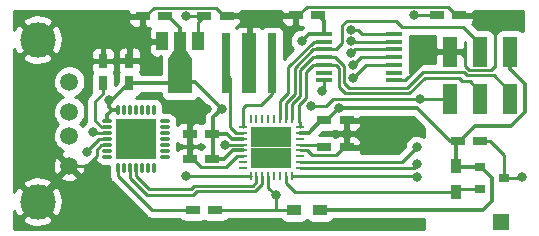
<source format=gbl>
G04 #@! TF.GenerationSoftware,KiCad,Pcbnew,no-vcs-found-c20cf4a~58~ubuntu16.04.1*
G04 #@! TF.CreationDate,2017-03-22T17:50:22+02:00*
G04 #@! TF.ProjectId,serial_gw_ATMEGA328P,73657269616C5F67775F41544D454741,rev?*
G04 #@! TF.FileFunction,Copper,L2,Bot,Signal*
G04 #@! TF.FilePolarity,Positive*
%FSLAX46Y46*%
G04 Gerber Fmt 4.6, Leading zero omitted, Abs format (unit mm)*
G04 Created by KiCad (PCBNEW no-vcs-found-c20cf4a~58~ubuntu16.04.1) date Wed Mar 22 17:50:22 2017*
%MOMM*%
%LPD*%
G01*
G04 APERTURE LIST*
%ADD10C,0.100000*%
%ADD11C,1.501140*%
%ADD12C,2.999740*%
%ADD13R,1.350000X1.350000*%
%ADD14R,0.800000X5.100000*%
%ADD15R,1.300000X5.100000*%
%ADD16R,1.200000X0.750000*%
%ADD17R,0.750000X1.200000*%
%ADD18R,1.270000X2.500000*%
%ADD19R,1.725000X1.725000*%
%ADD20R,0.250000X0.700000*%
%ADD21R,0.700000X0.250000*%
%ADD22R,1.200000X0.900000*%
%ADD23R,1.450000X0.450000*%
%ADD24C,0.749300*%
%ADD25R,1.998980X2.999740*%
%ADD26R,1.000760X1.501140*%
%ADD27R,1.675000X1.675000*%
%ADD28O,0.300000X0.850000*%
%ADD29O,0.850000X0.300000*%
%ADD30R,0.900000X1.200000*%
%ADD31R,0.900000X0.800000*%
%ADD32C,0.800000*%
%ADD33C,0.250000*%
%ADD34C,0.300000*%
%ADD35C,0.254000*%
G04 APERTURE END LIST*
D10*
D11*
X76207000Y-87422000D03*
X76207000Y-84882000D03*
X76207000Y-82850000D03*
X76207000Y-80310000D03*
D12*
X73540000Y-90470000D03*
X73540000Y-76754000D03*
D13*
X112776000Y-92202000D03*
D14*
X89490000Y-78740000D03*
D15*
X91440000Y-78740000D03*
D14*
X93390000Y-78740000D03*
D16*
X97282000Y-74676000D03*
X95382000Y-74676000D03*
X99690000Y-83566000D03*
X97790000Y-83566000D03*
X88326000Y-84728000D03*
X86426000Y-84728000D03*
X86426000Y-86868000D03*
X88326000Y-86868000D03*
X97790000Y-85852000D03*
X99690000Y-85852000D03*
X86680000Y-91186000D03*
X88580000Y-91186000D03*
X84328000Y-74760000D03*
X82428000Y-74760000D03*
X107320000Y-74676000D03*
X109220000Y-74676000D03*
D17*
X81310000Y-78550000D03*
X81310000Y-80450000D03*
D16*
X89530000Y-74730000D03*
X87630000Y-74730000D03*
D17*
X79070000Y-78560000D03*
X79070000Y-80460000D03*
D18*
X113498000Y-81756000D03*
X110998000Y-81756000D03*
X108458000Y-81756000D03*
X108458000Y-77756000D03*
X110998000Y-77756000D03*
X113538000Y-77756000D03*
D19*
X92456000Y-86740500D03*
X92456000Y-85015500D03*
X94181000Y-86740500D03*
X94181000Y-85015500D03*
D20*
X91568500Y-88278000D03*
X92068500Y-88278000D03*
X92568500Y-88278000D03*
X93068500Y-88278000D03*
X93568500Y-88278000D03*
X94068500Y-88278000D03*
X94568500Y-88278000D03*
X95068500Y-88278000D03*
D21*
X95718500Y-87628000D03*
X95718500Y-87128000D03*
X95718500Y-86628000D03*
X95718500Y-86128000D03*
X95718500Y-85628000D03*
X95718500Y-85128000D03*
X95718500Y-84628000D03*
X95718500Y-84128000D03*
D20*
X95068500Y-83478000D03*
X94568500Y-83478000D03*
X94068500Y-83478000D03*
X93568500Y-83478000D03*
X93068500Y-83478000D03*
X92568500Y-83478000D03*
X92068500Y-83478000D03*
X91568500Y-83478000D03*
D21*
X90918500Y-84128000D03*
X90918500Y-84628000D03*
X90918500Y-85128000D03*
X90918500Y-85628000D03*
X90918500Y-86128000D03*
X90918500Y-86628000D03*
X90918500Y-87128000D03*
X90918500Y-87628000D03*
D22*
X95250000Y-91186000D03*
X97450000Y-91186000D03*
D23*
X97790000Y-76282000D03*
X97790000Y-76932000D03*
X97790000Y-77582000D03*
X97790000Y-78232000D03*
X97790000Y-78882000D03*
X97790000Y-79532000D03*
X97790000Y-80182000D03*
X103690000Y-80182000D03*
X103690000Y-79532000D03*
X103690000Y-78882000D03*
X103690000Y-78232000D03*
X103690000Y-77582000D03*
X103690000Y-76932000D03*
X103690000Y-76282000D03*
D24*
X85598000Y-77990700D03*
D10*
G36*
X86098380Y-77616050D02*
X86598760Y-78365350D01*
X84597240Y-78365350D01*
X85097620Y-77616050D01*
X86098380Y-77616050D01*
X86098380Y-77616050D01*
G37*
D25*
X85598000Y-79839820D03*
D26*
X87099140Y-76888340D03*
X85598000Y-76888340D03*
X84096860Y-76888340D03*
D27*
X81026000Y-86003000D03*
X81026000Y-84328000D03*
X82701000Y-86003000D03*
X82701000Y-84328000D03*
D28*
X80363500Y-87615500D03*
X80863500Y-87615500D03*
X81363500Y-87615500D03*
X81863500Y-87615500D03*
X82363500Y-87615500D03*
X82863500Y-87615500D03*
X83363500Y-87615500D03*
D29*
X84313500Y-86665500D03*
X84313500Y-86165500D03*
X84313500Y-85665500D03*
X84313500Y-85165500D03*
X84313500Y-84665500D03*
X84313500Y-84165500D03*
X84313500Y-83665500D03*
D28*
X83363500Y-82715500D03*
X82863500Y-82715500D03*
X82363500Y-82715500D03*
X81863500Y-82715500D03*
X81363500Y-82715500D03*
X80863500Y-82715500D03*
X80363500Y-82715500D03*
D29*
X79413500Y-83665500D03*
X79413500Y-84165500D03*
X79413500Y-84665500D03*
X79413500Y-85165500D03*
X79413500Y-85665500D03*
X79413500Y-86165500D03*
X79413500Y-86665500D03*
D16*
X110998000Y-85344000D03*
X109098000Y-85344000D03*
D30*
X108966000Y-87462000D03*
X108966000Y-89662000D03*
D31*
X112998000Y-88458000D03*
X110998000Y-87508000D03*
X110998000Y-89408000D03*
D32*
X89442189Y-85697136D03*
X87875000Y-82650000D03*
X114554000Y-88392000D03*
X100838000Y-84836000D03*
X79600000Y-81900000D03*
X89127626Y-82603499D03*
X99060000Y-82513010D03*
X95930001Y-76861151D03*
X96700022Y-82400000D03*
X105918006Y-81788000D03*
X93726000Y-89916000D03*
X97655635Y-81087092D03*
X100064291Y-75897378D03*
X105410000Y-74701009D03*
X86101340Y-74755009D03*
X105664002Y-85852000D03*
X105700000Y-87300000D03*
X105664000Y-88392000D03*
X100095976Y-76896888D03*
X100235021Y-79964283D03*
X100226992Y-78883000D03*
X100063857Y-77896384D03*
X86075000Y-88275000D03*
X77700000Y-86300000D03*
X78225010Y-84595778D03*
D33*
X77739168Y-87422000D02*
X76207000Y-87422000D01*
X78576133Y-86056103D02*
X78576133Y-86585035D01*
X79413500Y-85665500D02*
X79388510Y-85690490D01*
X78941745Y-85690490D02*
X78576133Y-86056103D01*
X78576133Y-86585035D02*
X77739168Y-87422000D01*
X79388510Y-85690490D02*
X78941745Y-85690490D01*
X89503765Y-87568001D02*
X87351001Y-87568001D01*
X89511325Y-85628000D02*
X89442189Y-85697136D01*
X90918500Y-85628000D02*
X89511325Y-85628000D01*
X86651000Y-86868000D02*
X86426000Y-86868000D01*
X87351001Y-87568001D02*
X86651000Y-86868000D01*
X90443766Y-86628000D02*
X89503765Y-87568001D01*
X90918500Y-86628000D02*
X90443766Y-86628000D01*
X86426000Y-84099000D02*
X87875000Y-82650000D01*
X86426000Y-84728000D02*
X86426000Y-84099000D01*
X73540000Y-90470000D02*
X73540000Y-90036000D01*
X73540000Y-90036000D02*
X76154000Y-87422000D01*
X76154000Y-87422000D02*
X76207000Y-87422000D01*
X95382000Y-74676000D02*
X91440000Y-74676000D01*
X91440000Y-74676000D02*
X89584000Y-74676000D01*
X91440000Y-78740000D02*
X91440000Y-74676000D01*
X108458000Y-77756000D02*
X109252000Y-77756000D01*
X109252000Y-77756000D02*
X109728000Y-78232000D01*
X109728000Y-78232000D02*
X109728000Y-78956002D01*
X112268000Y-76200000D02*
X110744000Y-74676000D01*
X109728000Y-78956002D02*
X110102999Y-79331001D01*
X110102999Y-79331001D02*
X111893001Y-79331001D01*
X112268000Y-78956002D02*
X112268000Y-76200000D01*
X111893001Y-79331001D02*
X112268000Y-78956002D01*
X110744000Y-74676000D02*
X109220000Y-74676000D01*
X82746660Y-76888340D02*
X81607660Y-76888340D01*
X81607660Y-76888340D02*
X81310000Y-77186000D01*
X81310000Y-77186000D02*
X81310000Y-78550000D01*
X89490000Y-74770000D02*
X89530000Y-74730000D01*
X112998000Y-88458000D02*
X114488000Y-88458000D01*
X114488000Y-88458000D02*
X114554000Y-88392000D01*
X109220000Y-74676000D02*
X108995000Y-74676000D01*
X108995000Y-74676000D02*
X108294999Y-73975999D01*
X108294999Y-73975999D02*
X96307001Y-73975999D01*
X96307001Y-73975999D02*
X95607000Y-74676000D01*
X95607000Y-74676000D02*
X95382000Y-74676000D01*
X99690000Y-84836000D02*
X99690000Y-85852000D01*
X99690000Y-83566000D02*
X99690000Y-84836000D01*
X99690000Y-84836000D02*
X100838000Y-84836000D01*
X89305000Y-74730000D02*
X88604999Y-74029999D01*
X83383001Y-74029999D02*
X82653000Y-74760000D01*
X89530000Y-74730000D02*
X89305000Y-74730000D01*
X88604999Y-74029999D02*
X83383001Y-74029999D01*
X82653000Y-74760000D02*
X82428000Y-74760000D01*
X95718500Y-86128000D02*
X96318500Y-86128000D01*
X96318500Y-86128000D02*
X96742501Y-86552001D01*
X96742501Y-86552001D02*
X98764999Y-86552001D01*
X98764999Y-86552001D02*
X99465000Y-85852000D01*
X99465000Y-85852000D02*
X99690000Y-85852000D01*
X89584000Y-74676000D02*
X89530000Y-74730000D01*
X79070000Y-78560000D02*
X75346000Y-78560000D01*
X75346000Y-78560000D02*
X73540000Y-76754000D01*
X82428000Y-74760000D02*
X82428000Y-75385000D01*
X82428000Y-75385000D02*
X82746660Y-75703660D01*
X82746660Y-75703660D02*
X82746660Y-76888340D01*
X81310000Y-78550000D02*
X79080000Y-78550000D01*
X79080000Y-78550000D02*
X79070000Y-78560000D01*
X84096860Y-76888340D02*
X82746660Y-76888340D01*
X103690000Y-80182000D02*
X104665000Y-80182000D01*
X104665000Y-80182000D02*
X107091000Y-77756000D01*
X107091000Y-77756000D02*
X108458000Y-77756000D01*
X86426000Y-84728000D02*
X86426000Y-86868000D01*
X110998000Y-85344000D02*
X111848000Y-85344000D01*
X111848000Y-85344000D02*
X112998000Y-86494000D01*
X112998000Y-86494000D02*
X112998000Y-88458000D01*
D34*
X79600000Y-81900000D02*
X79860000Y-81900000D01*
X79860000Y-81900000D02*
X81310000Y-80450000D01*
X89998556Y-85128000D02*
X89598556Y-84728000D01*
X89598556Y-84728000D02*
X88326000Y-84728000D01*
X90072000Y-86128000D02*
X89332000Y-86868000D01*
X90918500Y-86128000D02*
X90072000Y-86128000D01*
X90918500Y-85128000D02*
X89998556Y-85128000D01*
X89332000Y-86868000D02*
X88326000Y-86868000D01*
X79600000Y-81900000D02*
X79600000Y-82465685D01*
X79600000Y-82465685D02*
X79844500Y-82710185D01*
X79844500Y-82710185D02*
X79844500Y-82715500D01*
X88326000Y-86868000D02*
X88375000Y-86819000D01*
X88375000Y-86819000D02*
X88375000Y-84777000D01*
X88375000Y-84777000D02*
X88326000Y-84728000D01*
X88326000Y-84728000D02*
X88551000Y-84728000D01*
X88551000Y-84728000D02*
X88425000Y-84602000D01*
X88425000Y-84602000D02*
X88425000Y-83306125D01*
X88425000Y-83306125D02*
X89127626Y-82603499D01*
X86864327Y-80340200D02*
X89127626Y-82603499D01*
X85598000Y-80340200D02*
X86864327Y-80340200D01*
X109098000Y-85344000D02*
X108458000Y-85344000D01*
X108458000Y-85344000D02*
X105627010Y-82513010D01*
X105627010Y-82513010D02*
X99060000Y-82513010D01*
X99060000Y-82521000D02*
X99060000Y-82513010D01*
X97790000Y-83566000D02*
X98015000Y-83566000D01*
X98015000Y-83566000D02*
X99060000Y-82521000D01*
X97790000Y-76282000D02*
X96509152Y-76282000D01*
X96509152Y-76282000D02*
X95930001Y-76861151D01*
X97450000Y-91186000D02*
X111252000Y-91186000D01*
X111252000Y-91186000D02*
X112014000Y-90424000D01*
X112014000Y-90424000D02*
X112014000Y-88474000D01*
X112014000Y-88474000D02*
X111048000Y-87508000D01*
X111048000Y-87508000D02*
X110998000Y-87508000D01*
X85598000Y-80340200D02*
X85598000Y-79839820D01*
X85731202Y-80340200D02*
X85598000Y-80340200D01*
X85598000Y-76888340D02*
X85598000Y-77990700D01*
X81310000Y-80450000D02*
X84987820Y-80450000D01*
X84987820Y-80450000D02*
X85598000Y-79839820D01*
X85598000Y-76888340D02*
X85598000Y-77138530D01*
X85598000Y-77138530D02*
X85598000Y-79839820D01*
X85598000Y-76888340D02*
X85598000Y-75805000D01*
X85598000Y-75805000D02*
X84553000Y-74760000D01*
X84553000Y-74760000D02*
X84328000Y-74760000D01*
X113538000Y-77756000D02*
X113538000Y-79256000D01*
X113538000Y-79256000D02*
X114808000Y-80526000D01*
X114808000Y-80526000D02*
X114808000Y-82916002D01*
X114808000Y-82916002D02*
X113650002Y-84074000D01*
X113650002Y-84074000D02*
X110593000Y-84074000D01*
X110593000Y-84074000D02*
X109323000Y-85344000D01*
X109323000Y-85344000D02*
X109098000Y-85344000D01*
X108966000Y-87462000D02*
X108966000Y-85476000D01*
X108966000Y-85476000D02*
X109098000Y-85344000D01*
X110998000Y-87508000D02*
X109012000Y-87508000D01*
X109012000Y-87508000D02*
X108966000Y-87462000D01*
X79844500Y-82715500D02*
X79413500Y-83146500D01*
X79413500Y-83146500D02*
X79413500Y-83665500D01*
X80363500Y-82715500D02*
X79844500Y-82715500D01*
X84724230Y-74760000D02*
X84328000Y-74760000D01*
X97790000Y-83566000D02*
X97565000Y-83566000D01*
X97565000Y-83566000D02*
X96503000Y-84628000D01*
X96503000Y-84628000D02*
X95718500Y-84628000D01*
X97790000Y-76282000D02*
X97790000Y-75184000D01*
X97790000Y-75184000D02*
X97282000Y-74676000D01*
D33*
X97790000Y-85852000D02*
X97566000Y-85628000D01*
X97566000Y-85628000D02*
X95718500Y-85628000D01*
X97940000Y-82400000D02*
X96700022Y-82400000D01*
X105918006Y-81788000D02*
X98552000Y-81788000D01*
X98552000Y-81788000D02*
X97940000Y-82400000D01*
X92456000Y-91186000D02*
X93726000Y-91186000D01*
X93726000Y-91186000D02*
X93726000Y-89916000D01*
X93068500Y-88278000D02*
X93068500Y-89268500D01*
X93068500Y-89268500D02*
X93716000Y-89916000D01*
X93716000Y-89916000D02*
X93726000Y-89916000D01*
X95250000Y-91186000D02*
X92456000Y-91186000D01*
X88580000Y-91186000D02*
X92456000Y-91186000D01*
X108458000Y-81756000D02*
X105950006Y-81756000D01*
X105950006Y-81756000D02*
X105918006Y-81788000D01*
X86680000Y-91186000D02*
X83259000Y-91186000D01*
X83259000Y-91186000D02*
X80363500Y-88290500D01*
X80363500Y-88290500D02*
X80363500Y-87615500D01*
X97790000Y-80182000D02*
X97790000Y-80952727D01*
X97790000Y-80952727D02*
X97655635Y-81087092D01*
X100629976Y-75897378D02*
X100064291Y-75897378D01*
X101014598Y-76282000D02*
X100629976Y-75897378D01*
X103690000Y-76282000D02*
X101014598Y-76282000D01*
X87099140Y-76888340D02*
X87099140Y-75260860D01*
X87099140Y-75260860D02*
X87630000Y-74730000D01*
X107320000Y-74676000D02*
X105435009Y-74676000D01*
X105435009Y-74676000D02*
X105410000Y-74701009D01*
X87630000Y-74730000D02*
X86126349Y-74730000D01*
X86126349Y-74730000D02*
X86101340Y-74755009D01*
X79413500Y-84165500D02*
X78966735Y-84165500D01*
X79070000Y-81310000D02*
X79070000Y-80460000D01*
X78400000Y-83598765D02*
X78400000Y-81980000D01*
X78966735Y-84165500D02*
X78400000Y-83598765D01*
X78400000Y-81980000D02*
X79070000Y-81310000D01*
X95792023Y-81498564D02*
X95068500Y-82222087D01*
X95792023Y-79316366D02*
X95792023Y-81498564D01*
X95068500Y-82222087D02*
X95068500Y-83478000D01*
X97790000Y-78232000D02*
X96876389Y-78232000D01*
X96876389Y-78232000D02*
X95792023Y-79316366D01*
X104818022Y-80855978D02*
X106172000Y-79502000D01*
X112138012Y-79781012D02*
X113498000Y-81141000D01*
X98751411Y-78232000D02*
X99510011Y-78990600D01*
X109916599Y-79781012D02*
X112138012Y-79781012D01*
X106172000Y-79502000D02*
X109637587Y-79502000D01*
X99905978Y-80855978D02*
X104818022Y-80855978D01*
X99510011Y-80460011D02*
X99905978Y-80855978D01*
X99510011Y-78990600D02*
X99510011Y-80460011D01*
X97790000Y-78232000D02*
X98751411Y-78232000D01*
X109637587Y-79502000D02*
X109916599Y-79781012D01*
X113498000Y-81141000D02*
X113498000Y-81756000D01*
X96242034Y-79502766D02*
X96242034Y-81684964D01*
X95674999Y-82251999D02*
X95674999Y-83709499D01*
X95718500Y-83753000D02*
X95718500Y-84128000D01*
X95674999Y-83709499D02*
X95718500Y-83753000D01*
X97790000Y-78882000D02*
X96862800Y-78882000D01*
X96862800Y-78882000D02*
X96242034Y-79502766D01*
X96242034Y-81684964D02*
X95674999Y-82251999D01*
X99060000Y-79177000D02*
X99060000Y-80772000D01*
X109498000Y-80256000D02*
X110113000Y-80256000D01*
X98765000Y-78882000D02*
X99060000Y-79177000D01*
X106300411Y-80010000D02*
X109252000Y-80010000D01*
X97790000Y-78882000D02*
X98765000Y-78882000D01*
X99060000Y-80772000D02*
X99593989Y-81305989D01*
X99593989Y-81305989D02*
X105004422Y-81305989D01*
X105004422Y-81305989D02*
X106300411Y-80010000D01*
X109252000Y-80010000D02*
X109498000Y-80256000D01*
X110113000Y-80256000D02*
X110998000Y-81141000D01*
X110998000Y-81141000D02*
X110998000Y-81756000D01*
X95342012Y-79129966D02*
X96889980Y-77582000D01*
X96889980Y-77582000D02*
X97790000Y-77582000D01*
X95342012Y-81312165D02*
X95342012Y-79129966D01*
X94568500Y-82085677D02*
X95342012Y-81312165D01*
X94568500Y-83478000D02*
X94568500Y-82085677D01*
X110998000Y-77141000D02*
X110998000Y-77756000D01*
X109549000Y-75692000D02*
X110998000Y-77141000D01*
X103874377Y-75172377D02*
X104394000Y-75692000D01*
X99339290Y-75549377D02*
X99716290Y-75172377D01*
X98765000Y-77582000D02*
X99339290Y-77007710D01*
X104394000Y-75692000D02*
X109549000Y-75692000D01*
X99339290Y-77007710D02*
X99339290Y-75549377D01*
X99716290Y-75172377D02*
X103874377Y-75172377D01*
X97790000Y-77582000D02*
X98765000Y-77582000D01*
X76246000Y-84882000D02*
X76207000Y-84882000D01*
X76529500Y-85165500D02*
X76246000Y-84882000D01*
X104388002Y-87128000D02*
X105664002Y-85852000D01*
X95718500Y-87128000D02*
X104388002Y-87128000D01*
X95718500Y-87628000D02*
X105372000Y-87628000D01*
X105372000Y-87628000D02*
X105700000Y-87300000D01*
X105550000Y-88278000D02*
X105664000Y-88392000D01*
X95068500Y-88278000D02*
X105550000Y-88278000D01*
X103690000Y-76932000D02*
X100131088Y-76932000D01*
X100131088Y-76932000D02*
X100095976Y-76896888D01*
X101317304Y-78882000D02*
X100235021Y-79964283D01*
X103690000Y-78882000D02*
X101317304Y-78882000D01*
X103690000Y-78232000D02*
X100877992Y-78232000D01*
X100877992Y-78232000D02*
X100226992Y-78883000D01*
X103690000Y-77582000D02*
X100378241Y-77582000D01*
X100378241Y-77582000D02*
X100063857Y-77896384D01*
X81363500Y-88426911D02*
X82811602Y-89875013D01*
X86734402Y-89875013D02*
X87005403Y-89604011D01*
X81363500Y-87615500D02*
X81363500Y-88426911D01*
X87005403Y-89604011D02*
X91938902Y-89604011D01*
X82811602Y-89875013D02*
X86734402Y-89875013D01*
X91938902Y-89604011D02*
X92568500Y-88974413D01*
X92568500Y-88974413D02*
X92568500Y-88278000D01*
X91752502Y-89154000D02*
X86819004Y-89154000D01*
X82998002Y-89425002D02*
X81863500Y-88290500D01*
X86819004Y-89154000D02*
X86548002Y-89425002D01*
X92068500Y-88838002D02*
X91752502Y-89154000D01*
X92068500Y-88278000D02*
X92068500Y-88838002D01*
X86548002Y-89425002D02*
X82998002Y-89425002D01*
X81863500Y-88290500D02*
X81863500Y-87615500D01*
X90918500Y-84128000D02*
X90918500Y-82563500D01*
X90918500Y-82563500D02*
X91186000Y-82296000D01*
X91186000Y-82296000D02*
X92456000Y-82296000D01*
X92456000Y-82296000D02*
X93390000Y-81362000D01*
X93390000Y-81362000D02*
X93390000Y-78740000D01*
X89852627Y-79978637D02*
X89490000Y-79616010D01*
X90918500Y-84628000D02*
X90358498Y-84628000D01*
X89852627Y-84122129D02*
X89852627Y-79978637D01*
X90358498Y-84628000D02*
X89852627Y-84122129D01*
X89490000Y-79166000D02*
X89490000Y-78740000D01*
X108966000Y-89662000D02*
X95352500Y-89662000D01*
X95352500Y-89662000D02*
X94568500Y-88878000D01*
X94568500Y-88878000D02*
X94568500Y-88278000D01*
X110998000Y-89408000D02*
X109220000Y-89408000D01*
X109220000Y-89408000D02*
X108966000Y-89662000D01*
X86078000Y-88278000D02*
X86075000Y-88275000D01*
X91568500Y-88278000D02*
X86078000Y-88278000D01*
X94742000Y-79093569D02*
X96903569Y-76932000D01*
X94742000Y-81275766D02*
X94742000Y-79093569D01*
X96903569Y-76932000D02*
X97790000Y-76932000D01*
X94068500Y-81949266D02*
X94742000Y-81275766D01*
X94068500Y-83478000D02*
X94068500Y-81949266D01*
X78738500Y-85165500D02*
X77700000Y-86204000D01*
X79413500Y-85165500D02*
X78738500Y-85165500D01*
X77700000Y-86204000D02*
X77700000Y-86300000D01*
X78294732Y-84665500D02*
X78225010Y-84595778D01*
X79413500Y-84665500D02*
X78294732Y-84665500D01*
D35*
G36*
X81201000Y-74480250D02*
X81357750Y-74637000D01*
X82305000Y-74637000D01*
X82305000Y-74617000D01*
X82551000Y-74617000D01*
X82551000Y-74637000D01*
X82571000Y-74637000D01*
X82571000Y-74883000D01*
X82551000Y-74883000D01*
X82551000Y-75605250D01*
X82707750Y-75762000D01*
X83089754Y-75762000D01*
X83094045Y-75761146D01*
X83040840Y-75840774D01*
X82993575Y-75954881D01*
X82969480Y-76076016D01*
X82969480Y-76608590D01*
X83126230Y-76765340D01*
X83973860Y-76765340D01*
X83973860Y-76745340D01*
X84219860Y-76745340D01*
X84219860Y-76765340D01*
X84239860Y-76765340D01*
X84239860Y-77011340D01*
X84219860Y-77011340D01*
X84219860Y-77031340D01*
X83973860Y-77031340D01*
X83973860Y-77011340D01*
X83126230Y-77011340D01*
X82969480Y-77168090D01*
X82969480Y-77700664D01*
X82993575Y-77821799D01*
X83040840Y-77935906D01*
X83109457Y-78038599D01*
X83196791Y-78125933D01*
X83299484Y-78194550D01*
X83413591Y-78241815D01*
X83534726Y-78265910D01*
X83817110Y-78265910D01*
X83973858Y-78109162D01*
X83973858Y-78265910D01*
X83975769Y-78265910D01*
X83968477Y-78339950D01*
X83968477Y-78352456D01*
X83967207Y-78365350D01*
X83968477Y-78378244D01*
X83968477Y-79673000D01*
X82286520Y-79673000D01*
X82267075Y-79608897D01*
X82208853Y-79499972D01*
X82206863Y-79497547D01*
X82240640Y-79446996D01*
X82287905Y-79332889D01*
X82312000Y-79211754D01*
X82312000Y-78829750D01*
X82155250Y-78673000D01*
X81433000Y-78673000D01*
X81433000Y-78693000D01*
X81187000Y-78693000D01*
X81187000Y-78673000D01*
X80464750Y-78673000D01*
X80308000Y-78829750D01*
X80308000Y-79211754D01*
X80332095Y-79332889D01*
X80379360Y-79446996D01*
X80413137Y-79497547D01*
X80411147Y-79499972D01*
X80352925Y-79608897D01*
X80317073Y-79727087D01*
X80304967Y-79850000D01*
X80304967Y-80356189D01*
X80075033Y-80586123D01*
X80075033Y-79860000D01*
X80062927Y-79737087D01*
X80027075Y-79618897D01*
X79968853Y-79509972D01*
X79966863Y-79507547D01*
X80000640Y-79456996D01*
X80047905Y-79342889D01*
X80072000Y-79221754D01*
X80072000Y-78839750D01*
X79915250Y-78683000D01*
X79193000Y-78683000D01*
X79193000Y-78703000D01*
X78947000Y-78703000D01*
X78947000Y-78683000D01*
X78224750Y-78683000D01*
X78068000Y-78839750D01*
X78068000Y-79221754D01*
X78092095Y-79342889D01*
X78139360Y-79456996D01*
X78173137Y-79507547D01*
X78171147Y-79509972D01*
X78112925Y-79618897D01*
X78077073Y-79737087D01*
X78064967Y-79860000D01*
X78064967Y-81060000D01*
X78077073Y-81182913D01*
X78090229Y-81226283D01*
X77868256Y-81448256D01*
X77824174Y-81501922D01*
X77779515Y-81555145D01*
X77777610Y-81558611D01*
X77775100Y-81561666D01*
X77742280Y-81622875D01*
X77708810Y-81683756D01*
X77707614Y-81687526D01*
X77705746Y-81691010D01*
X77685438Y-81757434D01*
X77664433Y-81823650D01*
X77663992Y-81827579D01*
X77662836Y-81831361D01*
X77655820Y-81900439D01*
X77648073Y-81969500D01*
X77648019Y-81977235D01*
X77648005Y-81977375D01*
X77648017Y-81977506D01*
X77648000Y-81980000D01*
X77648000Y-83598765D01*
X77654778Y-83667891D01*
X77660833Y-83737096D01*
X77660948Y-83737490D01*
X77578374Y-83791525D01*
X77434476Y-83932441D01*
X77330742Y-84083940D01*
X77279705Y-84007123D01*
X77138687Y-83865117D01*
X77254859Y-83754488D01*
X77410585Y-83533732D01*
X77520467Y-83286932D01*
X77580320Y-83023491D01*
X77584629Y-82714922D01*
X77532155Y-82449912D01*
X77429207Y-82200141D01*
X77279705Y-81975123D01*
X77089345Y-81783429D01*
X76865376Y-81632360D01*
X76741528Y-81580299D01*
X76831120Y-81545549D01*
X77059220Y-81400792D01*
X77254859Y-81214488D01*
X77410585Y-80993732D01*
X77520467Y-80746932D01*
X77580320Y-80483491D01*
X77584629Y-80174922D01*
X77532155Y-79909912D01*
X77429207Y-79660141D01*
X77279705Y-79435123D01*
X77089345Y-79243429D01*
X76865376Y-79092360D01*
X76616329Y-78987670D01*
X76351692Y-78933348D01*
X76081543Y-78931462D01*
X75816173Y-78982084D01*
X75565689Y-79083286D01*
X75339633Y-79231213D01*
X75146614Y-79420231D01*
X74993986Y-79643140D01*
X74887560Y-79891449D01*
X74831392Y-80155701D01*
X74827620Y-80425830D01*
X74876388Y-80691547D01*
X74975839Y-80942731D01*
X75122184Y-81169814D01*
X75309850Y-81364148D01*
X75531688Y-81518329D01*
X75672836Y-81579996D01*
X75565689Y-81623286D01*
X75339633Y-81771213D01*
X75146614Y-81960231D01*
X74993986Y-82183140D01*
X74887560Y-82431449D01*
X74831392Y-82695701D01*
X74827620Y-82965830D01*
X74876388Y-83231547D01*
X74975839Y-83482731D01*
X75122184Y-83709814D01*
X75274229Y-83867261D01*
X75146614Y-83992231D01*
X74993986Y-84215140D01*
X74887560Y-84463449D01*
X74831392Y-84727701D01*
X74827620Y-84997830D01*
X74876388Y-85263547D01*
X74975839Y-85514731D01*
X75122184Y-85741814D01*
X75309850Y-85936148D01*
X75531688Y-86090329D01*
X75670427Y-86150943D01*
X75614391Y-86171032D01*
X75496095Y-86234263D01*
X75430380Y-86471431D01*
X76207000Y-87248052D01*
X76221143Y-87233910D01*
X76395091Y-87407858D01*
X76380948Y-87422000D01*
X77157569Y-88198620D01*
X77394737Y-88132905D01*
X77510606Y-87887530D01*
X77576378Y-87624264D01*
X77589525Y-87353225D01*
X77585301Y-87324867D01*
X77779172Y-87328928D01*
X77977517Y-87293954D01*
X78165292Y-87221121D01*
X78335344Y-87113203D01*
X78441850Y-87011778D01*
X78483244Y-87090957D01*
X78578265Y-87209138D01*
X78694431Y-87306613D01*
X78827317Y-87379668D01*
X78971863Y-87425521D01*
X79122561Y-87442424D01*
X79133410Y-87442500D01*
X79586500Y-87442500D01*
X79586500Y-87895590D01*
X79601298Y-88046510D01*
X79611500Y-88080301D01*
X79611500Y-88290500D01*
X79618278Y-88359626D01*
X79624333Y-88428831D01*
X79625436Y-88432628D01*
X79625822Y-88436564D01*
X79645909Y-88503095D01*
X79665279Y-88569769D01*
X79667097Y-88573277D01*
X79668241Y-88577065D01*
X79700854Y-88638401D01*
X79732819Y-88700068D01*
X79735287Y-88703160D01*
X79737143Y-88706650D01*
X79781031Y-88760462D01*
X79824383Y-88814768D01*
X79829809Y-88820270D01*
X79829903Y-88820385D01*
X79830010Y-88820473D01*
X79831756Y-88822244D01*
X82727255Y-91717744D01*
X82780968Y-91761865D01*
X82834145Y-91806485D01*
X82837607Y-91808389D01*
X82840665Y-91810900D01*
X82901914Y-91843742D01*
X82962756Y-91877190D01*
X82966524Y-91878385D01*
X82970009Y-91880254D01*
X83036448Y-91900566D01*
X83102650Y-91921567D01*
X83106579Y-91922008D01*
X83110361Y-91923164D01*
X83179439Y-91930180D01*
X83248500Y-91937927D01*
X83256235Y-91937981D01*
X83256375Y-91937995D01*
X83256506Y-91937983D01*
X83259000Y-91938000D01*
X85578282Y-91938000D01*
X85634499Y-92006501D01*
X85729972Y-92084853D01*
X85838897Y-92143075D01*
X85957087Y-92178927D01*
X86080000Y-92191033D01*
X87280000Y-92191033D01*
X87402913Y-92178927D01*
X87521103Y-92143075D01*
X87630000Y-92084868D01*
X87738897Y-92143075D01*
X87857087Y-92178927D01*
X87980000Y-92191033D01*
X89180000Y-92191033D01*
X89302913Y-92178927D01*
X89421103Y-92143075D01*
X89530028Y-92084853D01*
X89625501Y-92006501D01*
X89681718Y-91938000D01*
X94100475Y-91938000D01*
X94126147Y-91986028D01*
X94204499Y-92081501D01*
X94299972Y-92159853D01*
X94408897Y-92218075D01*
X94527087Y-92253927D01*
X94650000Y-92266033D01*
X95850000Y-92266033D01*
X95972913Y-92253927D01*
X96091103Y-92218075D01*
X96200028Y-92159853D01*
X96295501Y-92081501D01*
X96350000Y-92015093D01*
X96404499Y-92081501D01*
X96499972Y-92159853D01*
X96608897Y-92218075D01*
X96727087Y-92253927D01*
X96850000Y-92266033D01*
X98050000Y-92266033D01*
X98172913Y-92253927D01*
X98291103Y-92218075D01*
X98400028Y-92159853D01*
X98495501Y-92081501D01*
X98573853Y-91986028D01*
X98586162Y-91963000D01*
X106273000Y-91963000D01*
X106273000Y-92770000D01*
X71568000Y-92770000D01*
X71568000Y-91954633D01*
X72229315Y-91954633D01*
X72385399Y-92268431D01*
X72758441Y-92459126D01*
X73161518Y-92573380D01*
X73579139Y-92606802D01*
X73995257Y-92558109D01*
X74393879Y-92429170D01*
X74694601Y-92268431D01*
X74850685Y-91954633D01*
X73540000Y-90643948D01*
X72229315Y-91954633D01*
X71568000Y-91954633D01*
X71568000Y-91284214D01*
X71580830Y-91323879D01*
X71741569Y-91624601D01*
X72055367Y-91780685D01*
X73366052Y-90470000D01*
X73713948Y-90470000D01*
X75024633Y-91780685D01*
X75338431Y-91624601D01*
X75529126Y-91251559D01*
X75643380Y-90848482D01*
X75676802Y-90430861D01*
X75628109Y-90014743D01*
X75499170Y-89616121D01*
X75338431Y-89315399D01*
X75024633Y-89159315D01*
X73713948Y-90470000D01*
X73366052Y-90470000D01*
X72055367Y-89159315D01*
X71741569Y-89315399D01*
X71568000Y-89654939D01*
X71568000Y-88985367D01*
X72229315Y-88985367D01*
X73540000Y-90296052D01*
X74850685Y-88985367D01*
X74694601Y-88671569D01*
X74321559Y-88480874D01*
X73939470Y-88372569D01*
X75430380Y-88372569D01*
X75496095Y-88609737D01*
X75741470Y-88725606D01*
X76004736Y-88791378D01*
X76275775Y-88804525D01*
X76544170Y-88764543D01*
X76799609Y-88672968D01*
X76917905Y-88609737D01*
X76983620Y-88372569D01*
X76207000Y-87595948D01*
X75430380Y-88372569D01*
X73939470Y-88372569D01*
X73918482Y-88366620D01*
X73500861Y-88333198D01*
X73084743Y-88381891D01*
X72686121Y-88510830D01*
X72385399Y-88671569D01*
X72229315Y-88985367D01*
X71568000Y-88985367D01*
X71568000Y-87490775D01*
X74824475Y-87490775D01*
X74864457Y-87759170D01*
X74956032Y-88014609D01*
X75019263Y-88132905D01*
X75256431Y-88198620D01*
X76033052Y-87422000D01*
X75256431Y-86645380D01*
X75019263Y-86711095D01*
X74903394Y-86956470D01*
X74837622Y-87219736D01*
X74824475Y-87490775D01*
X71568000Y-87490775D01*
X71568000Y-78238633D01*
X72229315Y-78238633D01*
X72385399Y-78552431D01*
X72758441Y-78743126D01*
X73161518Y-78857380D01*
X73579139Y-78890802D01*
X73995257Y-78842109D01*
X74393879Y-78713170D01*
X74694601Y-78552431D01*
X74850685Y-78238633D01*
X73540000Y-76927948D01*
X72229315Y-78238633D01*
X71568000Y-78238633D01*
X71568000Y-77568214D01*
X71580830Y-77607879D01*
X71741569Y-77908601D01*
X72055367Y-78064685D01*
X73366052Y-76754000D01*
X73713948Y-76754000D01*
X75024633Y-78064685D01*
X75338431Y-77908601D01*
X75343724Y-77898246D01*
X78068000Y-77898246D01*
X78068000Y-78280250D01*
X78224750Y-78437000D01*
X78947000Y-78437000D01*
X78947000Y-77489750D01*
X79193000Y-77489750D01*
X79193000Y-78437000D01*
X79915250Y-78437000D01*
X80072000Y-78280250D01*
X80072000Y-77898246D01*
X80070011Y-77888246D01*
X80308000Y-77888246D01*
X80308000Y-78270250D01*
X80464750Y-78427000D01*
X81187000Y-78427000D01*
X81187000Y-77479750D01*
X81433000Y-77479750D01*
X81433000Y-78427000D01*
X82155250Y-78427000D01*
X82312000Y-78270250D01*
X82312000Y-77888246D01*
X82287905Y-77767111D01*
X82240640Y-77653004D01*
X82172023Y-77550311D01*
X82084689Y-77462977D01*
X81981996Y-77394360D01*
X81867889Y-77347095D01*
X81746754Y-77323000D01*
X81589750Y-77323000D01*
X81433000Y-77479750D01*
X81187000Y-77479750D01*
X81030250Y-77323000D01*
X80873246Y-77323000D01*
X80752111Y-77347095D01*
X80638004Y-77394360D01*
X80535311Y-77462977D01*
X80447977Y-77550311D01*
X80379360Y-77653004D01*
X80332095Y-77767111D01*
X80308000Y-77888246D01*
X80070011Y-77888246D01*
X80047905Y-77777111D01*
X80000640Y-77663004D01*
X79932023Y-77560311D01*
X79844689Y-77472977D01*
X79741996Y-77404360D01*
X79627889Y-77357095D01*
X79506754Y-77333000D01*
X79349750Y-77333000D01*
X79193000Y-77489750D01*
X78947000Y-77489750D01*
X78790250Y-77333000D01*
X78633246Y-77333000D01*
X78512111Y-77357095D01*
X78398004Y-77404360D01*
X78295311Y-77472977D01*
X78207977Y-77560311D01*
X78139360Y-77663004D01*
X78092095Y-77777111D01*
X78068000Y-77898246D01*
X75343724Y-77898246D01*
X75529126Y-77535559D01*
X75643380Y-77132482D01*
X75676802Y-76714861D01*
X75628109Y-76298743D01*
X75499170Y-75900121D01*
X75338431Y-75599399D01*
X75024633Y-75443315D01*
X73713948Y-76754000D01*
X73366052Y-76754000D01*
X72055367Y-75443315D01*
X71741569Y-75599399D01*
X71568000Y-75938939D01*
X71568000Y-75269367D01*
X72229315Y-75269367D01*
X73540000Y-76580052D01*
X74850685Y-75269367D01*
X74736473Y-75039750D01*
X81201000Y-75039750D01*
X81201000Y-75196754D01*
X81225095Y-75317889D01*
X81272360Y-75431996D01*
X81340977Y-75534689D01*
X81428311Y-75622023D01*
X81531004Y-75690640D01*
X81645111Y-75737905D01*
X81766246Y-75762000D01*
X82148250Y-75762000D01*
X82305000Y-75605250D01*
X82305000Y-74883000D01*
X81357750Y-74883000D01*
X81201000Y-75039750D01*
X74736473Y-75039750D01*
X74694601Y-74955569D01*
X74321559Y-74764874D01*
X73918482Y-74650620D01*
X73500861Y-74617198D01*
X73084743Y-74665891D01*
X72686121Y-74794830D01*
X72385399Y-74955569D01*
X72229315Y-75269367D01*
X71568000Y-75269367D01*
X71568000Y-74362000D01*
X81201000Y-74362000D01*
X81201000Y-74480250D01*
X81201000Y-74480250D01*
G37*
X81201000Y-74480250D02*
X81357750Y-74637000D01*
X82305000Y-74637000D01*
X82305000Y-74617000D01*
X82551000Y-74617000D01*
X82551000Y-74637000D01*
X82571000Y-74637000D01*
X82571000Y-74883000D01*
X82551000Y-74883000D01*
X82551000Y-75605250D01*
X82707750Y-75762000D01*
X83089754Y-75762000D01*
X83094045Y-75761146D01*
X83040840Y-75840774D01*
X82993575Y-75954881D01*
X82969480Y-76076016D01*
X82969480Y-76608590D01*
X83126230Y-76765340D01*
X83973860Y-76765340D01*
X83973860Y-76745340D01*
X84219860Y-76745340D01*
X84219860Y-76765340D01*
X84239860Y-76765340D01*
X84239860Y-77011340D01*
X84219860Y-77011340D01*
X84219860Y-77031340D01*
X83973860Y-77031340D01*
X83973860Y-77011340D01*
X83126230Y-77011340D01*
X82969480Y-77168090D01*
X82969480Y-77700664D01*
X82993575Y-77821799D01*
X83040840Y-77935906D01*
X83109457Y-78038599D01*
X83196791Y-78125933D01*
X83299484Y-78194550D01*
X83413591Y-78241815D01*
X83534726Y-78265910D01*
X83817110Y-78265910D01*
X83973858Y-78109162D01*
X83973858Y-78265910D01*
X83975769Y-78265910D01*
X83968477Y-78339950D01*
X83968477Y-78352456D01*
X83967207Y-78365350D01*
X83968477Y-78378244D01*
X83968477Y-79673000D01*
X82286520Y-79673000D01*
X82267075Y-79608897D01*
X82208853Y-79499972D01*
X82206863Y-79497547D01*
X82240640Y-79446996D01*
X82287905Y-79332889D01*
X82312000Y-79211754D01*
X82312000Y-78829750D01*
X82155250Y-78673000D01*
X81433000Y-78673000D01*
X81433000Y-78693000D01*
X81187000Y-78693000D01*
X81187000Y-78673000D01*
X80464750Y-78673000D01*
X80308000Y-78829750D01*
X80308000Y-79211754D01*
X80332095Y-79332889D01*
X80379360Y-79446996D01*
X80413137Y-79497547D01*
X80411147Y-79499972D01*
X80352925Y-79608897D01*
X80317073Y-79727087D01*
X80304967Y-79850000D01*
X80304967Y-80356189D01*
X80075033Y-80586123D01*
X80075033Y-79860000D01*
X80062927Y-79737087D01*
X80027075Y-79618897D01*
X79968853Y-79509972D01*
X79966863Y-79507547D01*
X80000640Y-79456996D01*
X80047905Y-79342889D01*
X80072000Y-79221754D01*
X80072000Y-78839750D01*
X79915250Y-78683000D01*
X79193000Y-78683000D01*
X79193000Y-78703000D01*
X78947000Y-78703000D01*
X78947000Y-78683000D01*
X78224750Y-78683000D01*
X78068000Y-78839750D01*
X78068000Y-79221754D01*
X78092095Y-79342889D01*
X78139360Y-79456996D01*
X78173137Y-79507547D01*
X78171147Y-79509972D01*
X78112925Y-79618897D01*
X78077073Y-79737087D01*
X78064967Y-79860000D01*
X78064967Y-81060000D01*
X78077073Y-81182913D01*
X78090229Y-81226283D01*
X77868256Y-81448256D01*
X77824174Y-81501922D01*
X77779515Y-81555145D01*
X77777610Y-81558611D01*
X77775100Y-81561666D01*
X77742280Y-81622875D01*
X77708810Y-81683756D01*
X77707614Y-81687526D01*
X77705746Y-81691010D01*
X77685438Y-81757434D01*
X77664433Y-81823650D01*
X77663992Y-81827579D01*
X77662836Y-81831361D01*
X77655820Y-81900439D01*
X77648073Y-81969500D01*
X77648019Y-81977235D01*
X77648005Y-81977375D01*
X77648017Y-81977506D01*
X77648000Y-81980000D01*
X77648000Y-83598765D01*
X77654778Y-83667891D01*
X77660833Y-83737096D01*
X77660948Y-83737490D01*
X77578374Y-83791525D01*
X77434476Y-83932441D01*
X77330742Y-84083940D01*
X77279705Y-84007123D01*
X77138687Y-83865117D01*
X77254859Y-83754488D01*
X77410585Y-83533732D01*
X77520467Y-83286932D01*
X77580320Y-83023491D01*
X77584629Y-82714922D01*
X77532155Y-82449912D01*
X77429207Y-82200141D01*
X77279705Y-81975123D01*
X77089345Y-81783429D01*
X76865376Y-81632360D01*
X76741528Y-81580299D01*
X76831120Y-81545549D01*
X77059220Y-81400792D01*
X77254859Y-81214488D01*
X77410585Y-80993732D01*
X77520467Y-80746932D01*
X77580320Y-80483491D01*
X77584629Y-80174922D01*
X77532155Y-79909912D01*
X77429207Y-79660141D01*
X77279705Y-79435123D01*
X77089345Y-79243429D01*
X76865376Y-79092360D01*
X76616329Y-78987670D01*
X76351692Y-78933348D01*
X76081543Y-78931462D01*
X75816173Y-78982084D01*
X75565689Y-79083286D01*
X75339633Y-79231213D01*
X75146614Y-79420231D01*
X74993986Y-79643140D01*
X74887560Y-79891449D01*
X74831392Y-80155701D01*
X74827620Y-80425830D01*
X74876388Y-80691547D01*
X74975839Y-80942731D01*
X75122184Y-81169814D01*
X75309850Y-81364148D01*
X75531688Y-81518329D01*
X75672836Y-81579996D01*
X75565689Y-81623286D01*
X75339633Y-81771213D01*
X75146614Y-81960231D01*
X74993986Y-82183140D01*
X74887560Y-82431449D01*
X74831392Y-82695701D01*
X74827620Y-82965830D01*
X74876388Y-83231547D01*
X74975839Y-83482731D01*
X75122184Y-83709814D01*
X75274229Y-83867261D01*
X75146614Y-83992231D01*
X74993986Y-84215140D01*
X74887560Y-84463449D01*
X74831392Y-84727701D01*
X74827620Y-84997830D01*
X74876388Y-85263547D01*
X74975839Y-85514731D01*
X75122184Y-85741814D01*
X75309850Y-85936148D01*
X75531688Y-86090329D01*
X75670427Y-86150943D01*
X75614391Y-86171032D01*
X75496095Y-86234263D01*
X75430380Y-86471431D01*
X76207000Y-87248052D01*
X76221143Y-87233910D01*
X76395091Y-87407858D01*
X76380948Y-87422000D01*
X77157569Y-88198620D01*
X77394737Y-88132905D01*
X77510606Y-87887530D01*
X77576378Y-87624264D01*
X77589525Y-87353225D01*
X77585301Y-87324867D01*
X77779172Y-87328928D01*
X77977517Y-87293954D01*
X78165292Y-87221121D01*
X78335344Y-87113203D01*
X78441850Y-87011778D01*
X78483244Y-87090957D01*
X78578265Y-87209138D01*
X78694431Y-87306613D01*
X78827317Y-87379668D01*
X78971863Y-87425521D01*
X79122561Y-87442424D01*
X79133410Y-87442500D01*
X79586500Y-87442500D01*
X79586500Y-87895590D01*
X79601298Y-88046510D01*
X79611500Y-88080301D01*
X79611500Y-88290500D01*
X79618278Y-88359626D01*
X79624333Y-88428831D01*
X79625436Y-88432628D01*
X79625822Y-88436564D01*
X79645909Y-88503095D01*
X79665279Y-88569769D01*
X79667097Y-88573277D01*
X79668241Y-88577065D01*
X79700854Y-88638401D01*
X79732819Y-88700068D01*
X79735287Y-88703160D01*
X79737143Y-88706650D01*
X79781031Y-88760462D01*
X79824383Y-88814768D01*
X79829809Y-88820270D01*
X79829903Y-88820385D01*
X79830010Y-88820473D01*
X79831756Y-88822244D01*
X82727255Y-91717744D01*
X82780968Y-91761865D01*
X82834145Y-91806485D01*
X82837607Y-91808389D01*
X82840665Y-91810900D01*
X82901914Y-91843742D01*
X82962756Y-91877190D01*
X82966524Y-91878385D01*
X82970009Y-91880254D01*
X83036448Y-91900566D01*
X83102650Y-91921567D01*
X83106579Y-91922008D01*
X83110361Y-91923164D01*
X83179439Y-91930180D01*
X83248500Y-91937927D01*
X83256235Y-91937981D01*
X83256375Y-91937995D01*
X83256506Y-91937983D01*
X83259000Y-91938000D01*
X85578282Y-91938000D01*
X85634499Y-92006501D01*
X85729972Y-92084853D01*
X85838897Y-92143075D01*
X85957087Y-92178927D01*
X86080000Y-92191033D01*
X87280000Y-92191033D01*
X87402913Y-92178927D01*
X87521103Y-92143075D01*
X87630000Y-92084868D01*
X87738897Y-92143075D01*
X87857087Y-92178927D01*
X87980000Y-92191033D01*
X89180000Y-92191033D01*
X89302913Y-92178927D01*
X89421103Y-92143075D01*
X89530028Y-92084853D01*
X89625501Y-92006501D01*
X89681718Y-91938000D01*
X94100475Y-91938000D01*
X94126147Y-91986028D01*
X94204499Y-92081501D01*
X94299972Y-92159853D01*
X94408897Y-92218075D01*
X94527087Y-92253927D01*
X94650000Y-92266033D01*
X95850000Y-92266033D01*
X95972913Y-92253927D01*
X96091103Y-92218075D01*
X96200028Y-92159853D01*
X96295501Y-92081501D01*
X96350000Y-92015093D01*
X96404499Y-92081501D01*
X96499972Y-92159853D01*
X96608897Y-92218075D01*
X96727087Y-92253927D01*
X96850000Y-92266033D01*
X98050000Y-92266033D01*
X98172913Y-92253927D01*
X98291103Y-92218075D01*
X98400028Y-92159853D01*
X98495501Y-92081501D01*
X98573853Y-91986028D01*
X98586162Y-91963000D01*
X106273000Y-91963000D01*
X106273000Y-92770000D01*
X71568000Y-92770000D01*
X71568000Y-91954633D01*
X72229315Y-91954633D01*
X72385399Y-92268431D01*
X72758441Y-92459126D01*
X73161518Y-92573380D01*
X73579139Y-92606802D01*
X73995257Y-92558109D01*
X74393879Y-92429170D01*
X74694601Y-92268431D01*
X74850685Y-91954633D01*
X73540000Y-90643948D01*
X72229315Y-91954633D01*
X71568000Y-91954633D01*
X71568000Y-91284214D01*
X71580830Y-91323879D01*
X71741569Y-91624601D01*
X72055367Y-91780685D01*
X73366052Y-90470000D01*
X73713948Y-90470000D01*
X75024633Y-91780685D01*
X75338431Y-91624601D01*
X75529126Y-91251559D01*
X75643380Y-90848482D01*
X75676802Y-90430861D01*
X75628109Y-90014743D01*
X75499170Y-89616121D01*
X75338431Y-89315399D01*
X75024633Y-89159315D01*
X73713948Y-90470000D01*
X73366052Y-90470000D01*
X72055367Y-89159315D01*
X71741569Y-89315399D01*
X71568000Y-89654939D01*
X71568000Y-88985367D01*
X72229315Y-88985367D01*
X73540000Y-90296052D01*
X74850685Y-88985367D01*
X74694601Y-88671569D01*
X74321559Y-88480874D01*
X73939470Y-88372569D01*
X75430380Y-88372569D01*
X75496095Y-88609737D01*
X75741470Y-88725606D01*
X76004736Y-88791378D01*
X76275775Y-88804525D01*
X76544170Y-88764543D01*
X76799609Y-88672968D01*
X76917905Y-88609737D01*
X76983620Y-88372569D01*
X76207000Y-87595948D01*
X75430380Y-88372569D01*
X73939470Y-88372569D01*
X73918482Y-88366620D01*
X73500861Y-88333198D01*
X73084743Y-88381891D01*
X72686121Y-88510830D01*
X72385399Y-88671569D01*
X72229315Y-88985367D01*
X71568000Y-88985367D01*
X71568000Y-87490775D01*
X74824475Y-87490775D01*
X74864457Y-87759170D01*
X74956032Y-88014609D01*
X75019263Y-88132905D01*
X75256431Y-88198620D01*
X76033052Y-87422000D01*
X75256431Y-86645380D01*
X75019263Y-86711095D01*
X74903394Y-86956470D01*
X74837622Y-87219736D01*
X74824475Y-87490775D01*
X71568000Y-87490775D01*
X71568000Y-78238633D01*
X72229315Y-78238633D01*
X72385399Y-78552431D01*
X72758441Y-78743126D01*
X73161518Y-78857380D01*
X73579139Y-78890802D01*
X73995257Y-78842109D01*
X74393879Y-78713170D01*
X74694601Y-78552431D01*
X74850685Y-78238633D01*
X73540000Y-76927948D01*
X72229315Y-78238633D01*
X71568000Y-78238633D01*
X71568000Y-77568214D01*
X71580830Y-77607879D01*
X71741569Y-77908601D01*
X72055367Y-78064685D01*
X73366052Y-76754000D01*
X73713948Y-76754000D01*
X75024633Y-78064685D01*
X75338431Y-77908601D01*
X75343724Y-77898246D01*
X78068000Y-77898246D01*
X78068000Y-78280250D01*
X78224750Y-78437000D01*
X78947000Y-78437000D01*
X78947000Y-77489750D01*
X79193000Y-77489750D01*
X79193000Y-78437000D01*
X79915250Y-78437000D01*
X80072000Y-78280250D01*
X80072000Y-77898246D01*
X80070011Y-77888246D01*
X80308000Y-77888246D01*
X80308000Y-78270250D01*
X80464750Y-78427000D01*
X81187000Y-78427000D01*
X81187000Y-77479750D01*
X81433000Y-77479750D01*
X81433000Y-78427000D01*
X82155250Y-78427000D01*
X82312000Y-78270250D01*
X82312000Y-77888246D01*
X82287905Y-77767111D01*
X82240640Y-77653004D01*
X82172023Y-77550311D01*
X82084689Y-77462977D01*
X81981996Y-77394360D01*
X81867889Y-77347095D01*
X81746754Y-77323000D01*
X81589750Y-77323000D01*
X81433000Y-77479750D01*
X81187000Y-77479750D01*
X81030250Y-77323000D01*
X80873246Y-77323000D01*
X80752111Y-77347095D01*
X80638004Y-77394360D01*
X80535311Y-77462977D01*
X80447977Y-77550311D01*
X80379360Y-77653004D01*
X80332095Y-77767111D01*
X80308000Y-77888246D01*
X80070011Y-77888246D01*
X80047905Y-77777111D01*
X80000640Y-77663004D01*
X79932023Y-77560311D01*
X79844689Y-77472977D01*
X79741996Y-77404360D01*
X79627889Y-77357095D01*
X79506754Y-77333000D01*
X79349750Y-77333000D01*
X79193000Y-77489750D01*
X78947000Y-77489750D01*
X78790250Y-77333000D01*
X78633246Y-77333000D01*
X78512111Y-77357095D01*
X78398004Y-77404360D01*
X78295311Y-77472977D01*
X78207977Y-77560311D01*
X78139360Y-77663004D01*
X78092095Y-77777111D01*
X78068000Y-77898246D01*
X75343724Y-77898246D01*
X75529126Y-77535559D01*
X75643380Y-77132482D01*
X75676802Y-76714861D01*
X75628109Y-76298743D01*
X75499170Y-75900121D01*
X75338431Y-75599399D01*
X75024633Y-75443315D01*
X73713948Y-76754000D01*
X73366052Y-76754000D01*
X72055367Y-75443315D01*
X71741569Y-75599399D01*
X71568000Y-75938939D01*
X71568000Y-75269367D01*
X72229315Y-75269367D01*
X73540000Y-76580052D01*
X74850685Y-75269367D01*
X74736473Y-75039750D01*
X81201000Y-75039750D01*
X81201000Y-75196754D01*
X81225095Y-75317889D01*
X81272360Y-75431996D01*
X81340977Y-75534689D01*
X81428311Y-75622023D01*
X81531004Y-75690640D01*
X81645111Y-75737905D01*
X81766246Y-75762000D01*
X82148250Y-75762000D01*
X82305000Y-75605250D01*
X82305000Y-74883000D01*
X81357750Y-74883000D01*
X81201000Y-75039750D01*
X74736473Y-75039750D01*
X74694601Y-74955569D01*
X74321559Y-74764874D01*
X73918482Y-74650620D01*
X73500861Y-74617198D01*
X73084743Y-74665891D01*
X72686121Y-74794830D01*
X72385399Y-74955569D01*
X72229315Y-75269367D01*
X71568000Y-75269367D01*
X71568000Y-74362000D01*
X81201000Y-74362000D01*
X81201000Y-74480250D01*
G36*
X83968477Y-81339690D02*
X83980583Y-81462603D01*
X84016435Y-81580793D01*
X84074657Y-81689718D01*
X84153009Y-81785191D01*
X84248482Y-81863543D01*
X84357407Y-81921765D01*
X84475597Y-81957617D01*
X84598510Y-81969723D01*
X86597490Y-81969723D01*
X86720403Y-81957617D01*
X86838593Y-81921765D01*
X86947518Y-81863543D01*
X87042991Y-81785191D01*
X87118484Y-81693201D01*
X88028782Y-82603499D01*
X87875578Y-82756703D01*
X87829987Y-82812206D01*
X87783887Y-82867146D01*
X87781920Y-82870724D01*
X87779325Y-82873883D01*
X87745406Y-82937142D01*
X87710832Y-83000032D01*
X87709596Y-83003929D01*
X87707666Y-83007528D01*
X87686687Y-83076145D01*
X87664979Y-83144578D01*
X87664524Y-83148637D01*
X87663329Y-83152545D01*
X87656076Y-83223953D01*
X87648076Y-83295276D01*
X87648020Y-83303265D01*
X87648005Y-83303413D01*
X87648018Y-83303551D01*
X87648000Y-83306125D01*
X87648000Y-83730649D01*
X87603087Y-83735073D01*
X87484897Y-83770925D01*
X87375972Y-83829147D01*
X87373547Y-83831137D01*
X87322996Y-83797360D01*
X87208889Y-83750095D01*
X87087754Y-83726000D01*
X86705750Y-83726000D01*
X86549000Y-83882750D01*
X86549000Y-84605000D01*
X86569000Y-84605000D01*
X86569000Y-84851000D01*
X86549000Y-84851000D01*
X86549000Y-85573250D01*
X86705750Y-85730000D01*
X87087754Y-85730000D01*
X87208889Y-85705905D01*
X87322996Y-85658640D01*
X87373547Y-85624863D01*
X87375972Y-85626853D01*
X87484897Y-85685075D01*
X87598000Y-85719384D01*
X87598000Y-85876616D01*
X87484897Y-85910925D01*
X87375972Y-85969147D01*
X87373547Y-85971137D01*
X87322996Y-85937360D01*
X87208889Y-85890095D01*
X87087754Y-85866000D01*
X86705750Y-85866000D01*
X86549000Y-86022750D01*
X86549000Y-86745000D01*
X86569000Y-86745000D01*
X86569000Y-86991000D01*
X86549000Y-86991000D01*
X86549000Y-87011000D01*
X86303000Y-87011000D01*
X86303000Y-86991000D01*
X86283000Y-86991000D01*
X86283000Y-86745000D01*
X86303000Y-86745000D01*
X86303000Y-86022750D01*
X86146250Y-85866000D01*
X85764246Y-85866000D01*
X85643111Y-85890095D01*
X85529004Y-85937360D01*
X85426311Y-86005977D01*
X85361461Y-86070827D01*
X85356827Y-86019905D01*
X85325903Y-85914832D01*
X85354720Y-85821738D01*
X85370571Y-85670924D01*
X85356890Y-85520602D01*
X85426311Y-85590023D01*
X85529004Y-85658640D01*
X85643111Y-85705905D01*
X85764246Y-85730000D01*
X86146250Y-85730000D01*
X86303000Y-85573250D01*
X86303000Y-84851000D01*
X86283000Y-84851000D01*
X86283000Y-84605000D01*
X86303000Y-84605000D01*
X86303000Y-83882750D01*
X86146250Y-83726000D01*
X85764246Y-83726000D01*
X85643111Y-83750095D01*
X85529004Y-83797360D01*
X85426311Y-83865977D01*
X85338977Y-83953311D01*
X85337762Y-83955129D01*
X85325903Y-83914832D01*
X85354720Y-83821738D01*
X85370571Y-83670924D01*
X85356827Y-83519905D01*
X85314012Y-83374431D01*
X85243756Y-83240043D01*
X85148735Y-83121862D01*
X85032569Y-83024387D01*
X84899683Y-82951332D01*
X84755137Y-82905479D01*
X84604439Y-82888576D01*
X84593590Y-82888500D01*
X84140500Y-82888500D01*
X84140500Y-82435410D01*
X84125702Y-82284490D01*
X84081872Y-82139318D01*
X84010680Y-82005425D01*
X83914836Y-81887909D01*
X83797993Y-81791248D01*
X83664600Y-81719122D01*
X83519738Y-81674280D01*
X83368924Y-81658429D01*
X83217905Y-81672173D01*
X83112832Y-81703097D01*
X83019738Y-81674280D01*
X82868924Y-81658429D01*
X82717905Y-81672173D01*
X82612832Y-81703097D01*
X82519738Y-81674280D01*
X82368924Y-81658429D01*
X82217905Y-81672173D01*
X82112832Y-81703097D01*
X82019738Y-81674280D01*
X81868924Y-81658429D01*
X81826495Y-81662290D01*
X81926103Y-81632075D01*
X82035028Y-81573853D01*
X82130501Y-81495501D01*
X82208853Y-81400028D01*
X82267075Y-81291103D01*
X82286520Y-81227000D01*
X83968477Y-81227000D01*
X83968477Y-81339690D01*
X83968477Y-81339690D01*
G37*
X83968477Y-81339690D02*
X83980583Y-81462603D01*
X84016435Y-81580793D01*
X84074657Y-81689718D01*
X84153009Y-81785191D01*
X84248482Y-81863543D01*
X84357407Y-81921765D01*
X84475597Y-81957617D01*
X84598510Y-81969723D01*
X86597490Y-81969723D01*
X86720403Y-81957617D01*
X86838593Y-81921765D01*
X86947518Y-81863543D01*
X87042991Y-81785191D01*
X87118484Y-81693201D01*
X88028782Y-82603499D01*
X87875578Y-82756703D01*
X87829987Y-82812206D01*
X87783887Y-82867146D01*
X87781920Y-82870724D01*
X87779325Y-82873883D01*
X87745406Y-82937142D01*
X87710832Y-83000032D01*
X87709596Y-83003929D01*
X87707666Y-83007528D01*
X87686687Y-83076145D01*
X87664979Y-83144578D01*
X87664524Y-83148637D01*
X87663329Y-83152545D01*
X87656076Y-83223953D01*
X87648076Y-83295276D01*
X87648020Y-83303265D01*
X87648005Y-83303413D01*
X87648018Y-83303551D01*
X87648000Y-83306125D01*
X87648000Y-83730649D01*
X87603087Y-83735073D01*
X87484897Y-83770925D01*
X87375972Y-83829147D01*
X87373547Y-83831137D01*
X87322996Y-83797360D01*
X87208889Y-83750095D01*
X87087754Y-83726000D01*
X86705750Y-83726000D01*
X86549000Y-83882750D01*
X86549000Y-84605000D01*
X86569000Y-84605000D01*
X86569000Y-84851000D01*
X86549000Y-84851000D01*
X86549000Y-85573250D01*
X86705750Y-85730000D01*
X87087754Y-85730000D01*
X87208889Y-85705905D01*
X87322996Y-85658640D01*
X87373547Y-85624863D01*
X87375972Y-85626853D01*
X87484897Y-85685075D01*
X87598000Y-85719384D01*
X87598000Y-85876616D01*
X87484897Y-85910925D01*
X87375972Y-85969147D01*
X87373547Y-85971137D01*
X87322996Y-85937360D01*
X87208889Y-85890095D01*
X87087754Y-85866000D01*
X86705750Y-85866000D01*
X86549000Y-86022750D01*
X86549000Y-86745000D01*
X86569000Y-86745000D01*
X86569000Y-86991000D01*
X86549000Y-86991000D01*
X86549000Y-87011000D01*
X86303000Y-87011000D01*
X86303000Y-86991000D01*
X86283000Y-86991000D01*
X86283000Y-86745000D01*
X86303000Y-86745000D01*
X86303000Y-86022750D01*
X86146250Y-85866000D01*
X85764246Y-85866000D01*
X85643111Y-85890095D01*
X85529004Y-85937360D01*
X85426311Y-86005977D01*
X85361461Y-86070827D01*
X85356827Y-86019905D01*
X85325903Y-85914832D01*
X85354720Y-85821738D01*
X85370571Y-85670924D01*
X85356890Y-85520602D01*
X85426311Y-85590023D01*
X85529004Y-85658640D01*
X85643111Y-85705905D01*
X85764246Y-85730000D01*
X86146250Y-85730000D01*
X86303000Y-85573250D01*
X86303000Y-84851000D01*
X86283000Y-84851000D01*
X86283000Y-84605000D01*
X86303000Y-84605000D01*
X86303000Y-83882750D01*
X86146250Y-83726000D01*
X85764246Y-83726000D01*
X85643111Y-83750095D01*
X85529004Y-83797360D01*
X85426311Y-83865977D01*
X85338977Y-83953311D01*
X85337762Y-83955129D01*
X85325903Y-83914832D01*
X85354720Y-83821738D01*
X85370571Y-83670924D01*
X85356827Y-83519905D01*
X85314012Y-83374431D01*
X85243756Y-83240043D01*
X85148735Y-83121862D01*
X85032569Y-83024387D01*
X84899683Y-82951332D01*
X84755137Y-82905479D01*
X84604439Y-82888576D01*
X84593590Y-82888500D01*
X84140500Y-82888500D01*
X84140500Y-82435410D01*
X84125702Y-82284490D01*
X84081872Y-82139318D01*
X84010680Y-82005425D01*
X83914836Y-81887909D01*
X83797993Y-81791248D01*
X83664600Y-81719122D01*
X83519738Y-81674280D01*
X83368924Y-81658429D01*
X83217905Y-81672173D01*
X83112832Y-81703097D01*
X83019738Y-81674280D01*
X82868924Y-81658429D01*
X82717905Y-81672173D01*
X82612832Y-81703097D01*
X82519738Y-81674280D01*
X82368924Y-81658429D01*
X82217905Y-81672173D01*
X82112832Y-81703097D01*
X82019738Y-81674280D01*
X81868924Y-81658429D01*
X81826495Y-81662290D01*
X81926103Y-81632075D01*
X82035028Y-81573853D01*
X82130501Y-81495501D01*
X82208853Y-81400028D01*
X82267075Y-81291103D01*
X82286520Y-81227000D01*
X83968477Y-81227000D01*
X83968477Y-81339690D01*
G36*
X106273000Y-84257844D02*
X106273000Y-85023935D01*
X106154831Y-84944230D01*
X105969164Y-84866182D01*
X105771872Y-84825684D01*
X105570472Y-84824278D01*
X105372634Y-84862018D01*
X105185895Y-84937465D01*
X105017366Y-85047747D01*
X104873468Y-85188663D01*
X104759681Y-85354845D01*
X104680339Y-85539964D01*
X104638464Y-85736968D01*
X104637372Y-85815141D01*
X104076514Y-86376000D01*
X100899646Y-86376000D01*
X100917000Y-86288754D01*
X100917000Y-86131750D01*
X100760250Y-85975000D01*
X99813000Y-85975000D01*
X99813000Y-85995000D01*
X99567000Y-85995000D01*
X99567000Y-85975000D01*
X99547000Y-85975000D01*
X99547000Y-85729000D01*
X99567000Y-85729000D01*
X99567000Y-85006750D01*
X99813000Y-85006750D01*
X99813000Y-85729000D01*
X100760250Y-85729000D01*
X100917000Y-85572250D01*
X100917000Y-85415246D01*
X100892905Y-85294111D01*
X100845640Y-85180004D01*
X100777023Y-85077311D01*
X100689689Y-84989977D01*
X100586996Y-84921360D01*
X100472889Y-84874095D01*
X100351754Y-84850000D01*
X99969750Y-84850000D01*
X99813000Y-85006750D01*
X99567000Y-85006750D01*
X99410250Y-84850000D01*
X99028246Y-84850000D01*
X98907111Y-84874095D01*
X98793004Y-84921360D01*
X98742453Y-84955137D01*
X98740028Y-84953147D01*
X98631103Y-84894925D01*
X98512913Y-84859073D01*
X98390000Y-84846967D01*
X97382877Y-84846967D01*
X97658811Y-84571033D01*
X98390000Y-84571033D01*
X98512913Y-84558927D01*
X98631103Y-84523075D01*
X98740028Y-84464853D01*
X98742453Y-84462863D01*
X98793004Y-84496640D01*
X98907111Y-84543905D01*
X99028246Y-84568000D01*
X99410250Y-84568000D01*
X99567000Y-84411250D01*
X99567000Y-83689000D01*
X99813000Y-83689000D01*
X99813000Y-84411250D01*
X99969750Y-84568000D01*
X100351754Y-84568000D01*
X100472889Y-84543905D01*
X100586996Y-84496640D01*
X100689689Y-84428023D01*
X100777023Y-84340689D01*
X100845640Y-84237996D01*
X100892905Y-84123889D01*
X100917000Y-84002754D01*
X100917000Y-83845750D01*
X100760250Y-83689000D01*
X99813000Y-83689000D01*
X99567000Y-83689000D01*
X99547000Y-83689000D01*
X99547000Y-83443000D01*
X99567000Y-83443000D01*
X99567000Y-83423000D01*
X99813000Y-83423000D01*
X99813000Y-83443000D01*
X100760250Y-83443000D01*
X100913240Y-83290010D01*
X105305166Y-83290010D01*
X106273000Y-84257844D01*
X106273000Y-84257844D01*
G37*
X106273000Y-84257844D02*
X106273000Y-85023935D01*
X106154831Y-84944230D01*
X105969164Y-84866182D01*
X105771872Y-84825684D01*
X105570472Y-84824278D01*
X105372634Y-84862018D01*
X105185895Y-84937465D01*
X105017366Y-85047747D01*
X104873468Y-85188663D01*
X104759681Y-85354845D01*
X104680339Y-85539964D01*
X104638464Y-85736968D01*
X104637372Y-85815141D01*
X104076514Y-86376000D01*
X100899646Y-86376000D01*
X100917000Y-86288754D01*
X100917000Y-86131750D01*
X100760250Y-85975000D01*
X99813000Y-85975000D01*
X99813000Y-85995000D01*
X99567000Y-85995000D01*
X99567000Y-85975000D01*
X99547000Y-85975000D01*
X99547000Y-85729000D01*
X99567000Y-85729000D01*
X99567000Y-85006750D01*
X99813000Y-85006750D01*
X99813000Y-85729000D01*
X100760250Y-85729000D01*
X100917000Y-85572250D01*
X100917000Y-85415246D01*
X100892905Y-85294111D01*
X100845640Y-85180004D01*
X100777023Y-85077311D01*
X100689689Y-84989977D01*
X100586996Y-84921360D01*
X100472889Y-84874095D01*
X100351754Y-84850000D01*
X99969750Y-84850000D01*
X99813000Y-85006750D01*
X99567000Y-85006750D01*
X99410250Y-84850000D01*
X99028246Y-84850000D01*
X98907111Y-84874095D01*
X98793004Y-84921360D01*
X98742453Y-84955137D01*
X98740028Y-84953147D01*
X98631103Y-84894925D01*
X98512913Y-84859073D01*
X98390000Y-84846967D01*
X97382877Y-84846967D01*
X97658811Y-84571033D01*
X98390000Y-84571033D01*
X98512913Y-84558927D01*
X98631103Y-84523075D01*
X98740028Y-84464853D01*
X98742453Y-84462863D01*
X98793004Y-84496640D01*
X98907111Y-84543905D01*
X99028246Y-84568000D01*
X99410250Y-84568000D01*
X99567000Y-84411250D01*
X99567000Y-83689000D01*
X99813000Y-83689000D01*
X99813000Y-84411250D01*
X99969750Y-84568000D01*
X100351754Y-84568000D01*
X100472889Y-84543905D01*
X100586996Y-84496640D01*
X100689689Y-84428023D01*
X100777023Y-84340689D01*
X100845640Y-84237996D01*
X100892905Y-84123889D01*
X100917000Y-84002754D01*
X100917000Y-83845750D01*
X100760250Y-83689000D01*
X99813000Y-83689000D01*
X99567000Y-83689000D01*
X99547000Y-83689000D01*
X99547000Y-83443000D01*
X99567000Y-83443000D01*
X99567000Y-83423000D01*
X99813000Y-83423000D01*
X99813000Y-83443000D01*
X100760250Y-83443000D01*
X100913240Y-83290010D01*
X105305166Y-83290010D01*
X106273000Y-84257844D01*
G36*
X107196000Y-76444246D02*
X107196000Y-77476250D01*
X107352750Y-77633000D01*
X108335000Y-77633000D01*
X108335000Y-77613000D01*
X108581000Y-77613000D01*
X108581000Y-77633000D01*
X109563250Y-77633000D01*
X109720000Y-77476250D01*
X109720000Y-76926488D01*
X109732967Y-76939455D01*
X109732967Y-78759426D01*
X109720000Y-78758109D01*
X109720000Y-78035750D01*
X109563250Y-77879000D01*
X108581000Y-77879000D01*
X108581000Y-77899000D01*
X108335000Y-77899000D01*
X108335000Y-77879000D01*
X107352750Y-77879000D01*
X107196000Y-78035750D01*
X107196000Y-78750000D01*
X106172000Y-78750000D01*
X106102874Y-78756778D01*
X106033669Y-78762833D01*
X106029872Y-78763936D01*
X106025936Y-78764322D01*
X105959405Y-78784409D01*
X105892731Y-78803779D01*
X105889223Y-78805597D01*
X105885435Y-78806741D01*
X105824099Y-78839354D01*
X105762432Y-78871319D01*
X105759340Y-78873787D01*
X105755850Y-78875643D01*
X105702038Y-78919531D01*
X105647732Y-78962883D01*
X105642230Y-78968309D01*
X105642115Y-78968403D01*
X105642027Y-78968510D01*
X105640256Y-78970256D01*
X105045033Y-79565479D01*
X105045033Y-79307000D01*
X105035184Y-79207000D01*
X105045033Y-79107000D01*
X105045033Y-78657000D01*
X105035184Y-78557000D01*
X105045033Y-78457000D01*
X105045033Y-78007000D01*
X105035184Y-77907000D01*
X105045033Y-77807000D01*
X105045033Y-77357000D01*
X105035184Y-77257000D01*
X105045033Y-77157000D01*
X105045033Y-76707000D01*
X105035184Y-76607000D01*
X105045033Y-76507000D01*
X105045033Y-76444000D01*
X107196049Y-76444000D01*
X107196000Y-76444246D01*
X107196000Y-76444246D01*
G37*
X107196000Y-76444246D02*
X107196000Y-77476250D01*
X107352750Y-77633000D01*
X108335000Y-77633000D01*
X108335000Y-77613000D01*
X108581000Y-77613000D01*
X108581000Y-77633000D01*
X109563250Y-77633000D01*
X109720000Y-77476250D01*
X109720000Y-76926488D01*
X109732967Y-76939455D01*
X109732967Y-78759426D01*
X109720000Y-78758109D01*
X109720000Y-78035750D01*
X109563250Y-77879000D01*
X108581000Y-77879000D01*
X108581000Y-77899000D01*
X108335000Y-77899000D01*
X108335000Y-77879000D01*
X107352750Y-77879000D01*
X107196000Y-78035750D01*
X107196000Y-78750000D01*
X106172000Y-78750000D01*
X106102874Y-78756778D01*
X106033669Y-78762833D01*
X106029872Y-78763936D01*
X106025936Y-78764322D01*
X105959405Y-78784409D01*
X105892731Y-78803779D01*
X105889223Y-78805597D01*
X105885435Y-78806741D01*
X105824099Y-78839354D01*
X105762432Y-78871319D01*
X105759340Y-78873787D01*
X105755850Y-78875643D01*
X105702038Y-78919531D01*
X105647732Y-78962883D01*
X105642230Y-78968309D01*
X105642115Y-78968403D01*
X105642027Y-78968510D01*
X105640256Y-78970256D01*
X105045033Y-79565479D01*
X105045033Y-79307000D01*
X105035184Y-79207000D01*
X105045033Y-79107000D01*
X105045033Y-78657000D01*
X105035184Y-78557000D01*
X105045033Y-78457000D01*
X105045033Y-78007000D01*
X105035184Y-77907000D01*
X105045033Y-77807000D01*
X105045033Y-77357000D01*
X105035184Y-77257000D01*
X105045033Y-77157000D01*
X105045033Y-76707000D01*
X105035184Y-76607000D01*
X105045033Y-76507000D01*
X105045033Y-76444000D01*
X107196049Y-76444000D01*
X107196000Y-76444246D01*
G36*
X114614000Y-76056805D02*
X114523028Y-75982147D01*
X114414103Y-75923925D01*
X114295913Y-75888073D01*
X114173000Y-75875967D01*
X112903000Y-75875967D01*
X112780087Y-75888073D01*
X112661897Y-75923925D01*
X112552972Y-75982147D01*
X112457499Y-76060499D01*
X112379147Y-76155972D01*
X112320925Y-76264897D01*
X112285073Y-76383087D01*
X112272967Y-76506000D01*
X112272967Y-79006000D01*
X112276594Y-79042826D01*
X112259576Y-79041098D01*
X112263033Y-79006000D01*
X112263033Y-76506000D01*
X112250927Y-76383087D01*
X112215075Y-76264897D01*
X112156853Y-76155972D01*
X112078501Y-76060499D01*
X111983028Y-75982147D01*
X111874103Y-75923925D01*
X111755913Y-75888073D01*
X111633000Y-75875967D01*
X110796455Y-75875967D01*
X110332719Y-75412231D01*
X110375640Y-75347996D01*
X110422905Y-75233889D01*
X110447000Y-75112754D01*
X110447000Y-74955750D01*
X110290250Y-74799000D01*
X109343000Y-74799000D01*
X109343000Y-74819000D01*
X109097000Y-74819000D01*
X109097000Y-74799000D01*
X109077000Y-74799000D01*
X109077000Y-74553000D01*
X109097000Y-74553000D01*
X109097000Y-74533000D01*
X109343000Y-74533000D01*
X109343000Y-74553000D01*
X110290250Y-74553000D01*
X110447000Y-74396250D01*
X110447000Y-74362000D01*
X114614000Y-74362000D01*
X114614000Y-76056805D01*
X114614000Y-76056805D01*
G37*
X114614000Y-76056805D02*
X114523028Y-75982147D01*
X114414103Y-75923925D01*
X114295913Y-75888073D01*
X114173000Y-75875967D01*
X112903000Y-75875967D01*
X112780087Y-75888073D01*
X112661897Y-75923925D01*
X112552972Y-75982147D01*
X112457499Y-76060499D01*
X112379147Y-76155972D01*
X112320925Y-76264897D01*
X112285073Y-76383087D01*
X112272967Y-76506000D01*
X112272967Y-79006000D01*
X112276594Y-79042826D01*
X112259576Y-79041098D01*
X112263033Y-79006000D01*
X112263033Y-76506000D01*
X112250927Y-76383087D01*
X112215075Y-76264897D01*
X112156853Y-76155972D01*
X112078501Y-76060499D01*
X111983028Y-75982147D01*
X111874103Y-75923925D01*
X111755913Y-75888073D01*
X111633000Y-75875967D01*
X110796455Y-75875967D01*
X110332719Y-75412231D01*
X110375640Y-75347996D01*
X110422905Y-75233889D01*
X110447000Y-75112754D01*
X110447000Y-74955750D01*
X110290250Y-74799000D01*
X109343000Y-74799000D01*
X109343000Y-74819000D01*
X109097000Y-74819000D01*
X109097000Y-74799000D01*
X109077000Y-74799000D01*
X109077000Y-74553000D01*
X109097000Y-74553000D01*
X109097000Y-74533000D01*
X109343000Y-74533000D01*
X109343000Y-74553000D01*
X110290250Y-74553000D01*
X110447000Y-74396250D01*
X110447000Y-74362000D01*
X114614000Y-74362000D01*
X114614000Y-76056805D01*
G36*
X94155000Y-74396250D02*
X94311750Y-74553000D01*
X95259000Y-74553000D01*
X95259000Y-74533000D01*
X95505000Y-74533000D01*
X95505000Y-74553000D01*
X95525000Y-74553000D01*
X95525000Y-74799000D01*
X95505000Y-74799000D01*
X95505000Y-75521250D01*
X95661750Y-75678000D01*
X96026223Y-75678000D01*
X96023540Y-75680188D01*
X95967455Y-75724961D01*
X95961768Y-75730569D01*
X95961651Y-75730664D01*
X95961562Y-75730772D01*
X95959730Y-75732578D01*
X95858724Y-75833584D01*
X95836471Y-75833429D01*
X95638633Y-75871169D01*
X95451894Y-75946616D01*
X95283365Y-76056898D01*
X95139467Y-76197814D01*
X95025680Y-76363996D01*
X94946338Y-76549115D01*
X94904463Y-76746119D01*
X94901651Y-76947504D01*
X94938009Y-77145600D01*
X95012151Y-77332862D01*
X95121254Y-77502156D01*
X95194292Y-77577789D01*
X94420033Y-78352048D01*
X94420033Y-76190000D01*
X94407927Y-76067087D01*
X94372075Y-75948897D01*
X94313853Y-75839972D01*
X94235501Y-75744499D01*
X94140028Y-75666147D01*
X94031103Y-75607925D01*
X93912913Y-75572073D01*
X93790000Y-75559967D01*
X92990000Y-75559967D01*
X92867087Y-75572073D01*
X92748897Y-75607925D01*
X92639972Y-75666147D01*
X92544499Y-75744499D01*
X92538509Y-75751797D01*
X92489689Y-75702977D01*
X92386996Y-75634360D01*
X92272889Y-75587095D01*
X92151754Y-75563000D01*
X91719750Y-75563000D01*
X91563000Y-75719750D01*
X91563000Y-78617000D01*
X91583000Y-78617000D01*
X91583000Y-78863000D01*
X91563000Y-78863000D01*
X91563000Y-78883000D01*
X91317000Y-78883000D01*
X91317000Y-78863000D01*
X91297000Y-78863000D01*
X91297000Y-78617000D01*
X91317000Y-78617000D01*
X91317000Y-75719750D01*
X91160250Y-75563000D01*
X90728246Y-75563000D01*
X90607111Y-75587095D01*
X90493004Y-75634360D01*
X90390311Y-75702977D01*
X90341491Y-75751797D01*
X90335501Y-75744499D01*
X90295198Y-75711424D01*
X90312889Y-75707905D01*
X90426996Y-75660640D01*
X90529689Y-75592023D01*
X90617023Y-75504689D01*
X90685640Y-75401996D01*
X90732905Y-75287889D01*
X90757000Y-75166754D01*
X90757000Y-75009750D01*
X90703000Y-74955750D01*
X94155000Y-74955750D01*
X94155000Y-75112754D01*
X94179095Y-75233889D01*
X94226360Y-75347996D01*
X94294977Y-75450689D01*
X94382311Y-75538023D01*
X94485004Y-75606640D01*
X94599111Y-75653905D01*
X94720246Y-75678000D01*
X95102250Y-75678000D01*
X95259000Y-75521250D01*
X95259000Y-74799000D01*
X94311750Y-74799000D01*
X94155000Y-74955750D01*
X90703000Y-74955750D01*
X90600250Y-74853000D01*
X89653000Y-74853000D01*
X89653000Y-74873000D01*
X89407000Y-74873000D01*
X89407000Y-74853000D01*
X89387000Y-74853000D01*
X89387000Y-74607000D01*
X89407000Y-74607000D01*
X89407000Y-74587000D01*
X89653000Y-74587000D01*
X89653000Y-74607000D01*
X90600250Y-74607000D01*
X90757000Y-74450250D01*
X90757000Y-74362000D01*
X94155000Y-74362000D01*
X94155000Y-74396250D01*
X94155000Y-74396250D01*
G37*
X94155000Y-74396250D02*
X94311750Y-74553000D01*
X95259000Y-74553000D01*
X95259000Y-74533000D01*
X95505000Y-74533000D01*
X95505000Y-74553000D01*
X95525000Y-74553000D01*
X95525000Y-74799000D01*
X95505000Y-74799000D01*
X95505000Y-75521250D01*
X95661750Y-75678000D01*
X96026223Y-75678000D01*
X96023540Y-75680188D01*
X95967455Y-75724961D01*
X95961768Y-75730569D01*
X95961651Y-75730664D01*
X95961562Y-75730772D01*
X95959730Y-75732578D01*
X95858724Y-75833584D01*
X95836471Y-75833429D01*
X95638633Y-75871169D01*
X95451894Y-75946616D01*
X95283365Y-76056898D01*
X95139467Y-76197814D01*
X95025680Y-76363996D01*
X94946338Y-76549115D01*
X94904463Y-76746119D01*
X94901651Y-76947504D01*
X94938009Y-77145600D01*
X95012151Y-77332862D01*
X95121254Y-77502156D01*
X95194292Y-77577789D01*
X94420033Y-78352048D01*
X94420033Y-76190000D01*
X94407927Y-76067087D01*
X94372075Y-75948897D01*
X94313853Y-75839972D01*
X94235501Y-75744499D01*
X94140028Y-75666147D01*
X94031103Y-75607925D01*
X93912913Y-75572073D01*
X93790000Y-75559967D01*
X92990000Y-75559967D01*
X92867087Y-75572073D01*
X92748897Y-75607925D01*
X92639972Y-75666147D01*
X92544499Y-75744499D01*
X92538509Y-75751797D01*
X92489689Y-75702977D01*
X92386996Y-75634360D01*
X92272889Y-75587095D01*
X92151754Y-75563000D01*
X91719750Y-75563000D01*
X91563000Y-75719750D01*
X91563000Y-78617000D01*
X91583000Y-78617000D01*
X91583000Y-78863000D01*
X91563000Y-78863000D01*
X91563000Y-78883000D01*
X91317000Y-78883000D01*
X91317000Y-78863000D01*
X91297000Y-78863000D01*
X91297000Y-78617000D01*
X91317000Y-78617000D01*
X91317000Y-75719750D01*
X91160250Y-75563000D01*
X90728246Y-75563000D01*
X90607111Y-75587095D01*
X90493004Y-75634360D01*
X90390311Y-75702977D01*
X90341491Y-75751797D01*
X90335501Y-75744499D01*
X90295198Y-75711424D01*
X90312889Y-75707905D01*
X90426996Y-75660640D01*
X90529689Y-75592023D01*
X90617023Y-75504689D01*
X90685640Y-75401996D01*
X90732905Y-75287889D01*
X90757000Y-75166754D01*
X90757000Y-75009750D01*
X90703000Y-74955750D01*
X94155000Y-74955750D01*
X94155000Y-75112754D01*
X94179095Y-75233889D01*
X94226360Y-75347996D01*
X94294977Y-75450689D01*
X94382311Y-75538023D01*
X94485004Y-75606640D01*
X94599111Y-75653905D01*
X94720246Y-75678000D01*
X95102250Y-75678000D01*
X95259000Y-75521250D01*
X95259000Y-74799000D01*
X94311750Y-74799000D01*
X94155000Y-74955750D01*
X90703000Y-74955750D01*
X90600250Y-74853000D01*
X89653000Y-74853000D01*
X89653000Y-74873000D01*
X89407000Y-74873000D01*
X89407000Y-74853000D01*
X89387000Y-74853000D01*
X89387000Y-74607000D01*
X89407000Y-74607000D01*
X89407000Y-74587000D01*
X89653000Y-74587000D01*
X89653000Y-74607000D01*
X90600250Y-74607000D01*
X90757000Y-74450250D01*
X90757000Y-74362000D01*
X94155000Y-74362000D01*
X94155000Y-74396250D01*
M02*

</source>
